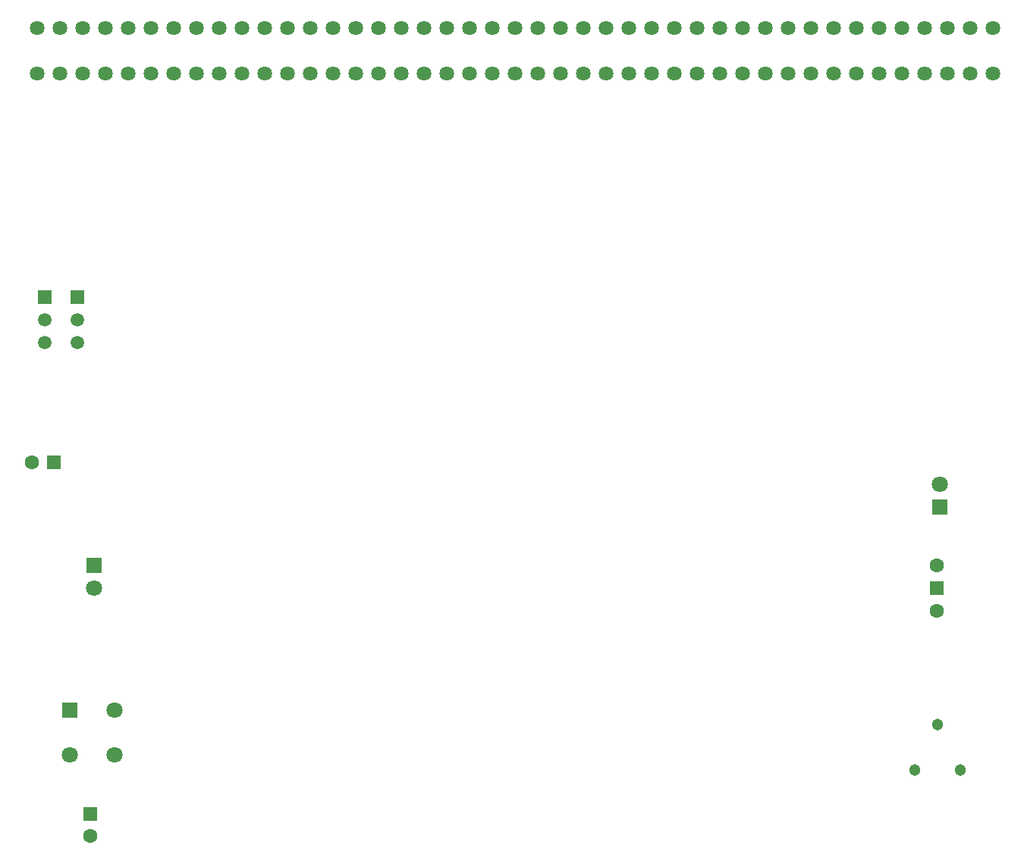
<source format=gbr>
%TF.GenerationSoftware,KiCad,Pcbnew,8.0.3*%
%TF.CreationDate,2024-08-18T17:29:15+02:00*%
%TF.ProjectId,ARIII,41524949-492e-46b6-9963-61645f706362,rev?*%
%TF.SameCoordinates,Original*%
%TF.FileFunction,Soldermask,Bot*%
%TF.FilePolarity,Negative*%
%FSLAX46Y46*%
G04 Gerber Fmt 4.6, Leading zero omitted, Abs format (unit mm)*
G04 Created by KiCad (PCBNEW 8.0.3) date 2024-08-18 17:29:15*
%MOMM*%
%LPD*%
G01*
G04 APERTURE LIST*
%ADD10C,1.303000*%
%ADD11R,1.500000X1.500000*%
%ADD12C,1.600000*%
%ADD13C,1.500000*%
%ADD14R,1.600000X1.600000*%
%ADD15R,1.800000X1.800000*%
%ADD16C,1.800000*%
%ADD17C,1.635000*%
G04 APERTURE END LIST*
D10*
%TO.C,VR1*%
X191090000Y-122080000D03*
X188550000Y-117000000D03*
X186010000Y-122080000D03*
%TD*%
D11*
%TO.C,SW2*%
X188500000Y-101690000D03*
D12*
X188500000Y-104230000D03*
X188500000Y-99150000D03*
%TD*%
D11*
%TO.C,Q2*%
X88900000Y-69200000D03*
D13*
X88900000Y-71740000D03*
X88900000Y-74280000D03*
%TD*%
D14*
%TO.C,C1*%
X94000000Y-126944888D03*
D12*
X94000000Y-129444888D03*
%TD*%
D15*
%TO.C,D2*%
X94450000Y-99225000D03*
D16*
X94450000Y-101765000D03*
%TD*%
D11*
%TO.C,Q1*%
X92600000Y-69200000D03*
D13*
X92600000Y-71740000D03*
X92600000Y-74280000D03*
%TD*%
D15*
%TO.C,SW1*%
X91677500Y-115377500D03*
D16*
X96677500Y-115377500D03*
X91677500Y-120377500D03*
X96677500Y-120377500D03*
%TD*%
D17*
%TO.C,CN1*%
X88060000Y-39120000D03*
X88060000Y-44200000D03*
X90600000Y-39120000D03*
X90600000Y-44200000D03*
X93140000Y-39120000D03*
X93140000Y-44200000D03*
X95680000Y-39120000D03*
X95680000Y-44200000D03*
X98220000Y-39120000D03*
X98220000Y-44200000D03*
X100760000Y-39120000D03*
X100760000Y-44200000D03*
X103300000Y-39120000D03*
X103300000Y-44200000D03*
X105840000Y-39120000D03*
X105840000Y-44200000D03*
X108380000Y-39120000D03*
X108380000Y-44200000D03*
X110920000Y-39120000D03*
X110920000Y-44200000D03*
X113460000Y-39120000D03*
X113460000Y-44200000D03*
X116000000Y-39120000D03*
X116000000Y-44200000D03*
X118540000Y-39120000D03*
X118540000Y-44200000D03*
X121080000Y-39120000D03*
X121080000Y-44200000D03*
X123620000Y-39120000D03*
X123620000Y-44200000D03*
X126160000Y-39120000D03*
X126160000Y-44200000D03*
X128700000Y-39120000D03*
X128700000Y-44200000D03*
X131240000Y-39120000D03*
X131240000Y-44200000D03*
X133780000Y-39120000D03*
X133780000Y-44200000D03*
X136320000Y-39120000D03*
X136320000Y-44200000D03*
X138860000Y-39120000D03*
X138860000Y-44200000D03*
X141400000Y-39120000D03*
X141400000Y-44200000D03*
X143940000Y-39120000D03*
X143940000Y-44200000D03*
X146480000Y-39120000D03*
X146480000Y-44200000D03*
X149020000Y-39120000D03*
X149020000Y-44200000D03*
X151560000Y-39120000D03*
X151560000Y-44200000D03*
X154100000Y-39120000D03*
X154100000Y-44200000D03*
X156640000Y-39120000D03*
X156640000Y-44200000D03*
X159180000Y-39120000D03*
X159180000Y-44200000D03*
X161720000Y-39120000D03*
X161720000Y-44200000D03*
X164260000Y-39120000D03*
X164260000Y-44200000D03*
X166800000Y-39120000D03*
X166800000Y-44200000D03*
X169340000Y-39120000D03*
X169340000Y-44200000D03*
X171880000Y-39120000D03*
X171880000Y-44200000D03*
X174420000Y-39120000D03*
X174420000Y-44200000D03*
X176960000Y-39120000D03*
X176960000Y-44200000D03*
X179500000Y-39120000D03*
X179500000Y-44200000D03*
X182040000Y-39120000D03*
X182040000Y-44200000D03*
X184580000Y-39120000D03*
X184580000Y-44200000D03*
X187120000Y-39120000D03*
X187120000Y-44200000D03*
X189660000Y-39120000D03*
X189660000Y-44200000D03*
X192200000Y-39120000D03*
X192200000Y-44200000D03*
X194740000Y-39120000D03*
X194740000Y-44200000D03*
%TD*%
D14*
%TO.C,C6*%
X89950000Y-87650000D03*
D12*
X87450000Y-87650000D03*
%TD*%
D15*
%TO.C,D1*%
X188850000Y-92700000D03*
D16*
X188850000Y-90160000D03*
%TD*%
M02*

</source>
